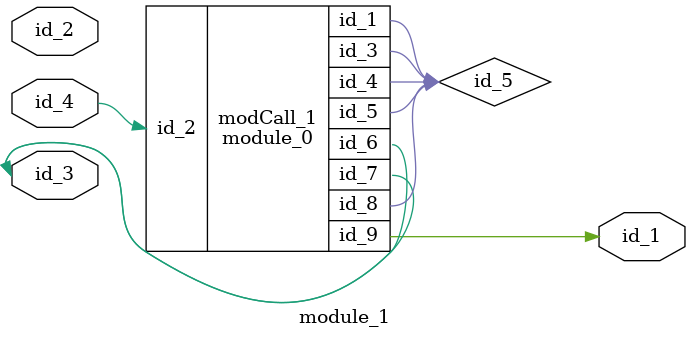
<source format=v>
module module_0 (
    id_1,
    id_2,
    id_3,
    id_4,
    id_5,
    id_6,
    id_7,
    id_8,
    id_9
);
  output wire id_9;
  inout wire id_8;
  inout wire id_7;
  inout wire id_6;
  inout wire id_5;
  inout wire id_4;
  inout wire id_3;
  input wire id_2;
  inout wire id_1;
  assign id_4 = 1'd0;
endmodule
module module_1 (
    id_1,
    id_2,
    id_3,
    id_4
);
  input wire id_4;
  inout wire id_3;
  input wire id_2;
  output wire id_1;
  wire id_5 = id_5;
  module_0 modCall_1 (
      id_5,
      id_4,
      id_5,
      id_5,
      id_5,
      id_3,
      id_3,
      id_5,
      id_1
  );
endmodule

</source>
